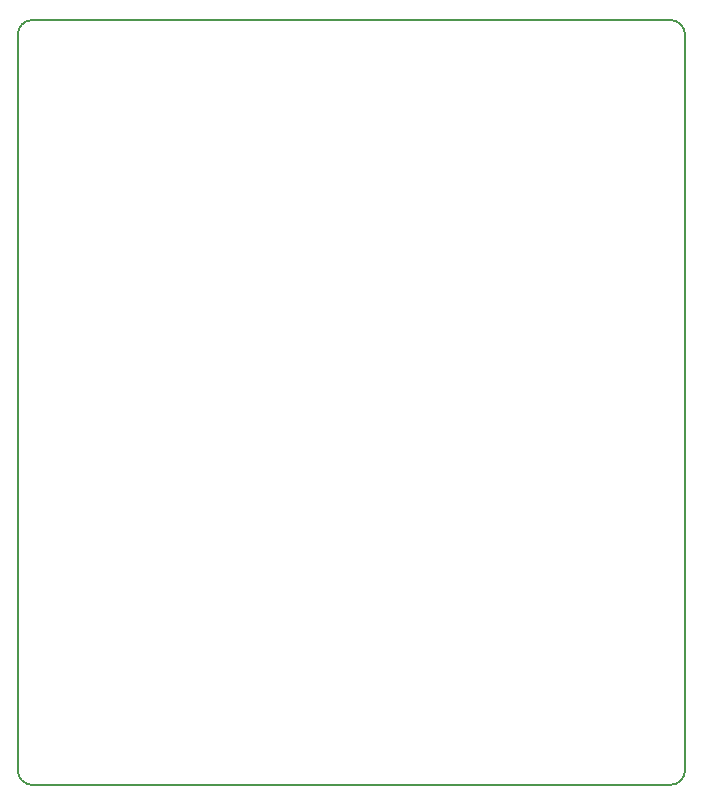
<source format=gbr>
G04 #@! TF.FileFunction,Profile,NP*
%FSLAX46Y46*%
G04 Gerber Fmt 4.6, Leading zero omitted, Abs format (unit mm)*
G04 Created by KiCad (PCBNEW 4.0.6) date 01/21/18 18:38:45*
%MOMM*%
%LPD*%
G01*
G04 APERTURE LIST*
%ADD10C,0.100000*%
%ADD11C,0.150000*%
G04 APERTURE END LIST*
D10*
D11*
X177165000Y-141605000D02*
X177165000Y-79375000D01*
X175895000Y-142875000D02*
X121920000Y-142875000D01*
X120650000Y-79375000D02*
X120650000Y-141605000D01*
X175895000Y-142875000D02*
G75*
G03X177165000Y-141605000I0J1270000D01*
G01*
X120650000Y-141605000D02*
G75*
G03X121920000Y-142875000I1270000J0D01*
G01*
X175895000Y-78105000D02*
X121920000Y-78105000D01*
X177165000Y-79375000D02*
G75*
G03X175895000Y-78105000I-1270000J0D01*
G01*
X121920000Y-78105000D02*
G75*
G03X120650000Y-79375000I0J-1270000D01*
G01*
M02*

</source>
